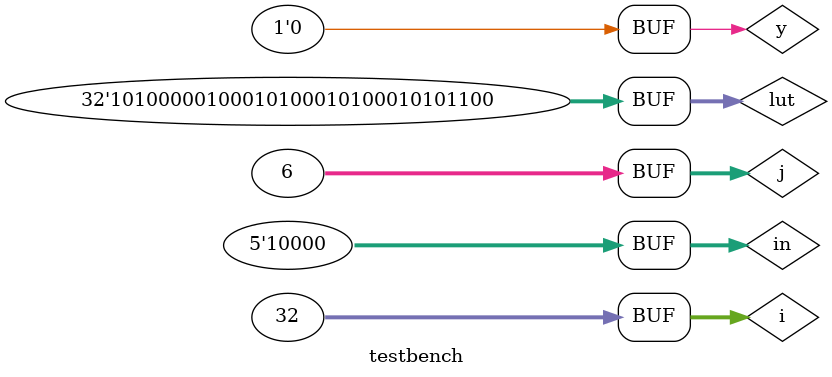
<source format=v>
module testbench;
    reg [4:0] in;

    initial begin
         $dumpfile("testbench.vcd");
         $dumpvars(0, testbench);

        #5 in = 0;
        repeat (10000) begin
            #5 in = in + 1;
        end

        $display("OKAY");
    end

    wire out,y;

    top uut (
	.a(in),
	.y(out)
	);

	integer i, j;
	reg [31:0] lut;

	initial begin
		for (i = 0; i < 32; i = i+1) begin
			lut[i] = i > 1;
			for (j = 2; j*j <= i; j = j+1)
				if (i % j == 0)
					lut[i] = 0;
		end
	end

	assign y = lut[in];

	assert_comb out_test(.A(y), .B(out));

endmodule

</source>
